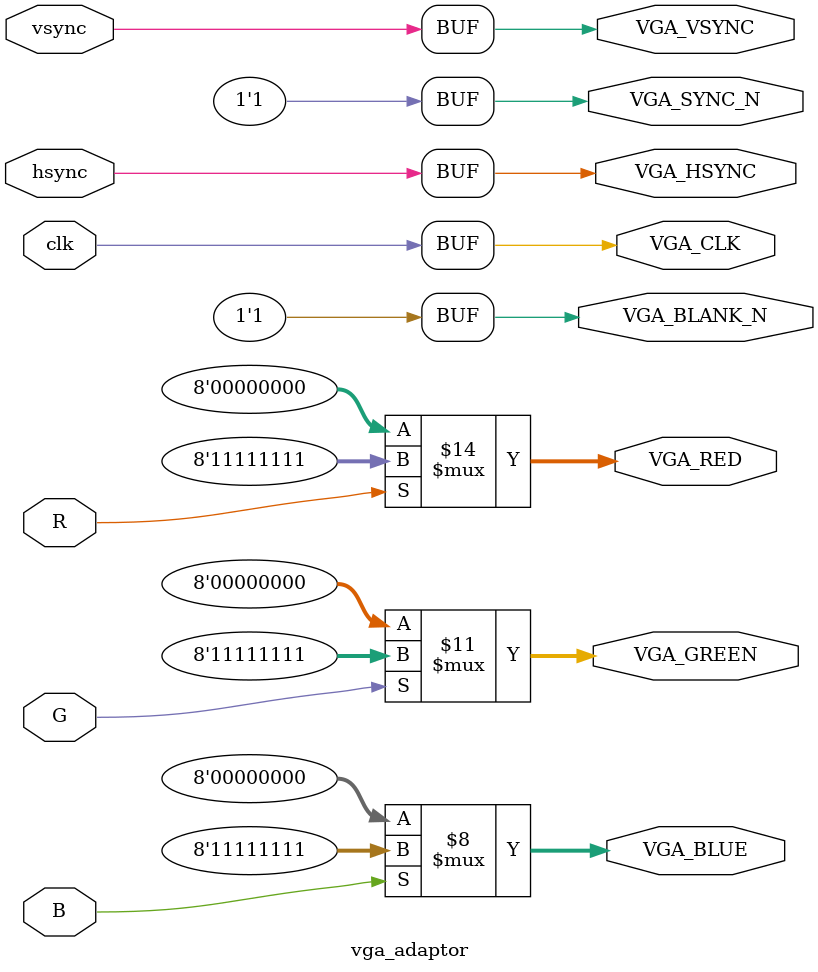
<source format=sv>
module vga_adaptor (
    input R,
    input G,
    input B,
    input hsync,
    input vsync,
    input clk,
    output logic [7:0] VGA_RED,
    output logic [7:0] VGA_GREEN,
    output logic [7:0] VGA_BLUE,
    output logic VGA_HSYNC,
    output logic VGA_VSYNC,
    output logic VGA_CLK,
    output logic VGA_BLANK_N,
    output logic VGA_SYNC_N
);

    always_comb begin 
        if (R == 1) begin
            VGA_RED = 8'b11111111;
        end
        else begin
            VGA_RED = 8'b0;
        end
        
    end

    always_comb begin 
        if (G == 1) begin
            VGA_GREEN = 8'b11111111;
        end
        else begin
            VGA_GREEN = 8'b0;
        end
        
    end

    always_comb begin 
        if (B == 1) begin
            VGA_BLUE = 8'b11111111;
        end
        else begin
            VGA_BLUE = 8'b0;
        end
        
    end

    assign VGA_BLANK_N = 1;
    assign VGA_SYNC_N = 1;
    assign VGA_HSYNC = hsync;
    assign VGA_VSYNC = vsync;
    assign VGA_CLK = clk;
    
endmodule
</source>
